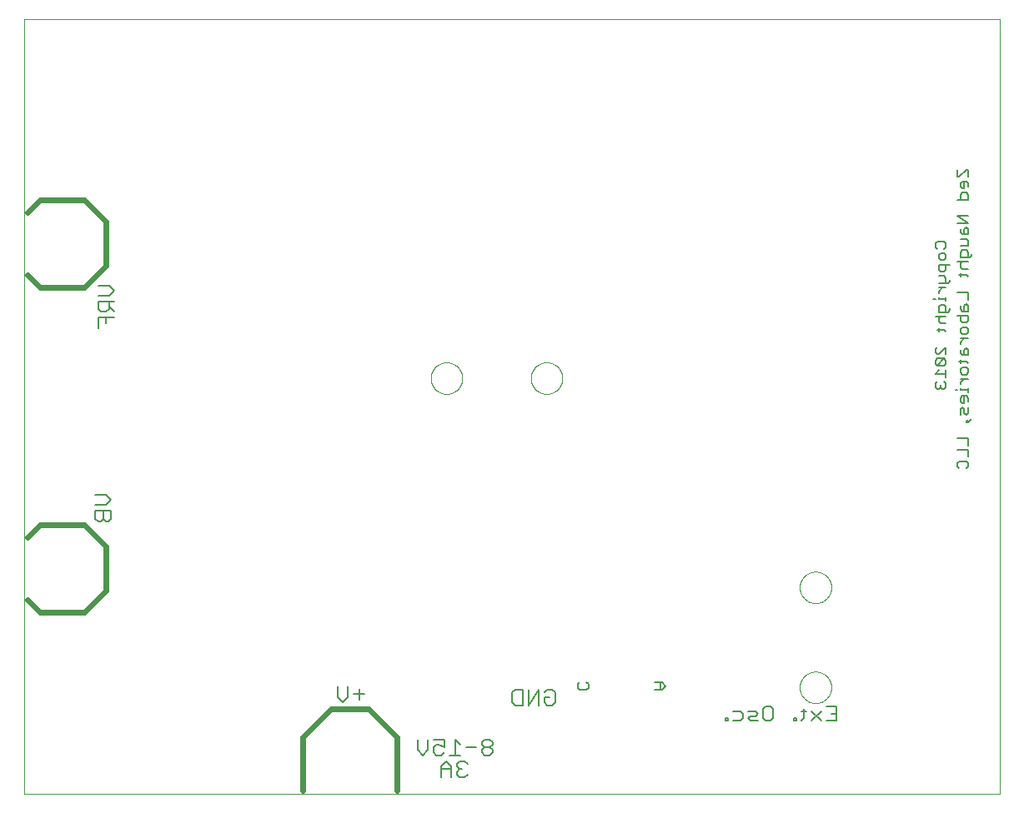
<source format=gbo>
G75*
%MOIN*%
%OFA0B0*%
%FSLAX25Y25*%
%IPPOS*%
%LPD*%
%AMOC8*
5,1,8,0,0,1.08239X$1,22.5*
%
%ADD10C,0.00000*%
%ADD11C,0.00800*%
%ADD12C,0.00700*%
%ADD13C,0.02400*%
D10*
X0002750Y0062850D02*
X0002750Y0372811D01*
X0392701Y0372811D01*
X0392701Y0062850D01*
X0002750Y0062850D01*
X0165201Y0229100D02*
X0165203Y0229258D01*
X0165209Y0229416D01*
X0165219Y0229574D01*
X0165233Y0229732D01*
X0165251Y0229889D01*
X0165272Y0230046D01*
X0165298Y0230202D01*
X0165328Y0230358D01*
X0165361Y0230513D01*
X0165399Y0230666D01*
X0165440Y0230819D01*
X0165485Y0230971D01*
X0165534Y0231122D01*
X0165587Y0231271D01*
X0165643Y0231419D01*
X0165703Y0231565D01*
X0165767Y0231710D01*
X0165835Y0231853D01*
X0165906Y0231995D01*
X0165980Y0232135D01*
X0166058Y0232272D01*
X0166140Y0232408D01*
X0166224Y0232542D01*
X0166313Y0232673D01*
X0166404Y0232802D01*
X0166499Y0232929D01*
X0166596Y0233054D01*
X0166697Y0233176D01*
X0166801Y0233295D01*
X0166908Y0233412D01*
X0167018Y0233526D01*
X0167131Y0233637D01*
X0167246Y0233746D01*
X0167364Y0233851D01*
X0167485Y0233953D01*
X0167608Y0234053D01*
X0167734Y0234149D01*
X0167862Y0234242D01*
X0167992Y0234332D01*
X0168125Y0234418D01*
X0168260Y0234502D01*
X0168396Y0234581D01*
X0168535Y0234658D01*
X0168676Y0234730D01*
X0168818Y0234800D01*
X0168962Y0234865D01*
X0169108Y0234927D01*
X0169255Y0234985D01*
X0169404Y0235040D01*
X0169554Y0235091D01*
X0169705Y0235138D01*
X0169857Y0235181D01*
X0170010Y0235220D01*
X0170165Y0235256D01*
X0170320Y0235287D01*
X0170476Y0235315D01*
X0170632Y0235339D01*
X0170789Y0235359D01*
X0170947Y0235375D01*
X0171104Y0235387D01*
X0171263Y0235395D01*
X0171421Y0235399D01*
X0171579Y0235399D01*
X0171737Y0235395D01*
X0171896Y0235387D01*
X0172053Y0235375D01*
X0172211Y0235359D01*
X0172368Y0235339D01*
X0172524Y0235315D01*
X0172680Y0235287D01*
X0172835Y0235256D01*
X0172990Y0235220D01*
X0173143Y0235181D01*
X0173295Y0235138D01*
X0173446Y0235091D01*
X0173596Y0235040D01*
X0173745Y0234985D01*
X0173892Y0234927D01*
X0174038Y0234865D01*
X0174182Y0234800D01*
X0174324Y0234730D01*
X0174465Y0234658D01*
X0174604Y0234581D01*
X0174740Y0234502D01*
X0174875Y0234418D01*
X0175008Y0234332D01*
X0175138Y0234242D01*
X0175266Y0234149D01*
X0175392Y0234053D01*
X0175515Y0233953D01*
X0175636Y0233851D01*
X0175754Y0233746D01*
X0175869Y0233637D01*
X0175982Y0233526D01*
X0176092Y0233412D01*
X0176199Y0233295D01*
X0176303Y0233176D01*
X0176404Y0233054D01*
X0176501Y0232929D01*
X0176596Y0232802D01*
X0176687Y0232673D01*
X0176776Y0232542D01*
X0176860Y0232408D01*
X0176942Y0232272D01*
X0177020Y0232135D01*
X0177094Y0231995D01*
X0177165Y0231853D01*
X0177233Y0231710D01*
X0177297Y0231565D01*
X0177357Y0231419D01*
X0177413Y0231271D01*
X0177466Y0231122D01*
X0177515Y0230971D01*
X0177560Y0230819D01*
X0177601Y0230666D01*
X0177639Y0230513D01*
X0177672Y0230358D01*
X0177702Y0230202D01*
X0177728Y0230046D01*
X0177749Y0229889D01*
X0177767Y0229732D01*
X0177781Y0229574D01*
X0177791Y0229416D01*
X0177797Y0229258D01*
X0177799Y0229100D01*
X0177797Y0228942D01*
X0177791Y0228784D01*
X0177781Y0228626D01*
X0177767Y0228468D01*
X0177749Y0228311D01*
X0177728Y0228154D01*
X0177702Y0227998D01*
X0177672Y0227842D01*
X0177639Y0227687D01*
X0177601Y0227534D01*
X0177560Y0227381D01*
X0177515Y0227229D01*
X0177466Y0227078D01*
X0177413Y0226929D01*
X0177357Y0226781D01*
X0177297Y0226635D01*
X0177233Y0226490D01*
X0177165Y0226347D01*
X0177094Y0226205D01*
X0177020Y0226065D01*
X0176942Y0225928D01*
X0176860Y0225792D01*
X0176776Y0225658D01*
X0176687Y0225527D01*
X0176596Y0225398D01*
X0176501Y0225271D01*
X0176404Y0225146D01*
X0176303Y0225024D01*
X0176199Y0224905D01*
X0176092Y0224788D01*
X0175982Y0224674D01*
X0175869Y0224563D01*
X0175754Y0224454D01*
X0175636Y0224349D01*
X0175515Y0224247D01*
X0175392Y0224147D01*
X0175266Y0224051D01*
X0175138Y0223958D01*
X0175008Y0223868D01*
X0174875Y0223782D01*
X0174740Y0223698D01*
X0174604Y0223619D01*
X0174465Y0223542D01*
X0174324Y0223470D01*
X0174182Y0223400D01*
X0174038Y0223335D01*
X0173892Y0223273D01*
X0173745Y0223215D01*
X0173596Y0223160D01*
X0173446Y0223109D01*
X0173295Y0223062D01*
X0173143Y0223019D01*
X0172990Y0222980D01*
X0172835Y0222944D01*
X0172680Y0222913D01*
X0172524Y0222885D01*
X0172368Y0222861D01*
X0172211Y0222841D01*
X0172053Y0222825D01*
X0171896Y0222813D01*
X0171737Y0222805D01*
X0171579Y0222801D01*
X0171421Y0222801D01*
X0171263Y0222805D01*
X0171104Y0222813D01*
X0170947Y0222825D01*
X0170789Y0222841D01*
X0170632Y0222861D01*
X0170476Y0222885D01*
X0170320Y0222913D01*
X0170165Y0222944D01*
X0170010Y0222980D01*
X0169857Y0223019D01*
X0169705Y0223062D01*
X0169554Y0223109D01*
X0169404Y0223160D01*
X0169255Y0223215D01*
X0169108Y0223273D01*
X0168962Y0223335D01*
X0168818Y0223400D01*
X0168676Y0223470D01*
X0168535Y0223542D01*
X0168396Y0223619D01*
X0168260Y0223698D01*
X0168125Y0223782D01*
X0167992Y0223868D01*
X0167862Y0223958D01*
X0167734Y0224051D01*
X0167608Y0224147D01*
X0167485Y0224247D01*
X0167364Y0224349D01*
X0167246Y0224454D01*
X0167131Y0224563D01*
X0167018Y0224674D01*
X0166908Y0224788D01*
X0166801Y0224905D01*
X0166697Y0225024D01*
X0166596Y0225146D01*
X0166499Y0225271D01*
X0166404Y0225398D01*
X0166313Y0225527D01*
X0166224Y0225658D01*
X0166140Y0225792D01*
X0166058Y0225928D01*
X0165980Y0226065D01*
X0165906Y0226205D01*
X0165835Y0226347D01*
X0165767Y0226490D01*
X0165703Y0226635D01*
X0165643Y0226781D01*
X0165587Y0226929D01*
X0165534Y0227078D01*
X0165485Y0227229D01*
X0165440Y0227381D01*
X0165399Y0227534D01*
X0165361Y0227687D01*
X0165328Y0227842D01*
X0165298Y0227998D01*
X0165272Y0228154D01*
X0165251Y0228311D01*
X0165233Y0228468D01*
X0165219Y0228626D01*
X0165209Y0228784D01*
X0165203Y0228942D01*
X0165201Y0229100D01*
X0205201Y0229100D02*
X0205203Y0229258D01*
X0205209Y0229416D01*
X0205219Y0229574D01*
X0205233Y0229732D01*
X0205251Y0229889D01*
X0205272Y0230046D01*
X0205298Y0230202D01*
X0205328Y0230358D01*
X0205361Y0230513D01*
X0205399Y0230666D01*
X0205440Y0230819D01*
X0205485Y0230971D01*
X0205534Y0231122D01*
X0205587Y0231271D01*
X0205643Y0231419D01*
X0205703Y0231565D01*
X0205767Y0231710D01*
X0205835Y0231853D01*
X0205906Y0231995D01*
X0205980Y0232135D01*
X0206058Y0232272D01*
X0206140Y0232408D01*
X0206224Y0232542D01*
X0206313Y0232673D01*
X0206404Y0232802D01*
X0206499Y0232929D01*
X0206596Y0233054D01*
X0206697Y0233176D01*
X0206801Y0233295D01*
X0206908Y0233412D01*
X0207018Y0233526D01*
X0207131Y0233637D01*
X0207246Y0233746D01*
X0207364Y0233851D01*
X0207485Y0233953D01*
X0207608Y0234053D01*
X0207734Y0234149D01*
X0207862Y0234242D01*
X0207992Y0234332D01*
X0208125Y0234418D01*
X0208260Y0234502D01*
X0208396Y0234581D01*
X0208535Y0234658D01*
X0208676Y0234730D01*
X0208818Y0234800D01*
X0208962Y0234865D01*
X0209108Y0234927D01*
X0209255Y0234985D01*
X0209404Y0235040D01*
X0209554Y0235091D01*
X0209705Y0235138D01*
X0209857Y0235181D01*
X0210010Y0235220D01*
X0210165Y0235256D01*
X0210320Y0235287D01*
X0210476Y0235315D01*
X0210632Y0235339D01*
X0210789Y0235359D01*
X0210947Y0235375D01*
X0211104Y0235387D01*
X0211263Y0235395D01*
X0211421Y0235399D01*
X0211579Y0235399D01*
X0211737Y0235395D01*
X0211896Y0235387D01*
X0212053Y0235375D01*
X0212211Y0235359D01*
X0212368Y0235339D01*
X0212524Y0235315D01*
X0212680Y0235287D01*
X0212835Y0235256D01*
X0212990Y0235220D01*
X0213143Y0235181D01*
X0213295Y0235138D01*
X0213446Y0235091D01*
X0213596Y0235040D01*
X0213745Y0234985D01*
X0213892Y0234927D01*
X0214038Y0234865D01*
X0214182Y0234800D01*
X0214324Y0234730D01*
X0214465Y0234658D01*
X0214604Y0234581D01*
X0214740Y0234502D01*
X0214875Y0234418D01*
X0215008Y0234332D01*
X0215138Y0234242D01*
X0215266Y0234149D01*
X0215392Y0234053D01*
X0215515Y0233953D01*
X0215636Y0233851D01*
X0215754Y0233746D01*
X0215869Y0233637D01*
X0215982Y0233526D01*
X0216092Y0233412D01*
X0216199Y0233295D01*
X0216303Y0233176D01*
X0216404Y0233054D01*
X0216501Y0232929D01*
X0216596Y0232802D01*
X0216687Y0232673D01*
X0216776Y0232542D01*
X0216860Y0232408D01*
X0216942Y0232272D01*
X0217020Y0232135D01*
X0217094Y0231995D01*
X0217165Y0231853D01*
X0217233Y0231710D01*
X0217297Y0231565D01*
X0217357Y0231419D01*
X0217413Y0231271D01*
X0217466Y0231122D01*
X0217515Y0230971D01*
X0217560Y0230819D01*
X0217601Y0230666D01*
X0217639Y0230513D01*
X0217672Y0230358D01*
X0217702Y0230202D01*
X0217728Y0230046D01*
X0217749Y0229889D01*
X0217767Y0229732D01*
X0217781Y0229574D01*
X0217791Y0229416D01*
X0217797Y0229258D01*
X0217799Y0229100D01*
X0217797Y0228942D01*
X0217791Y0228784D01*
X0217781Y0228626D01*
X0217767Y0228468D01*
X0217749Y0228311D01*
X0217728Y0228154D01*
X0217702Y0227998D01*
X0217672Y0227842D01*
X0217639Y0227687D01*
X0217601Y0227534D01*
X0217560Y0227381D01*
X0217515Y0227229D01*
X0217466Y0227078D01*
X0217413Y0226929D01*
X0217357Y0226781D01*
X0217297Y0226635D01*
X0217233Y0226490D01*
X0217165Y0226347D01*
X0217094Y0226205D01*
X0217020Y0226065D01*
X0216942Y0225928D01*
X0216860Y0225792D01*
X0216776Y0225658D01*
X0216687Y0225527D01*
X0216596Y0225398D01*
X0216501Y0225271D01*
X0216404Y0225146D01*
X0216303Y0225024D01*
X0216199Y0224905D01*
X0216092Y0224788D01*
X0215982Y0224674D01*
X0215869Y0224563D01*
X0215754Y0224454D01*
X0215636Y0224349D01*
X0215515Y0224247D01*
X0215392Y0224147D01*
X0215266Y0224051D01*
X0215138Y0223958D01*
X0215008Y0223868D01*
X0214875Y0223782D01*
X0214740Y0223698D01*
X0214604Y0223619D01*
X0214465Y0223542D01*
X0214324Y0223470D01*
X0214182Y0223400D01*
X0214038Y0223335D01*
X0213892Y0223273D01*
X0213745Y0223215D01*
X0213596Y0223160D01*
X0213446Y0223109D01*
X0213295Y0223062D01*
X0213143Y0223019D01*
X0212990Y0222980D01*
X0212835Y0222944D01*
X0212680Y0222913D01*
X0212524Y0222885D01*
X0212368Y0222861D01*
X0212211Y0222841D01*
X0212053Y0222825D01*
X0211896Y0222813D01*
X0211737Y0222805D01*
X0211579Y0222801D01*
X0211421Y0222801D01*
X0211263Y0222805D01*
X0211104Y0222813D01*
X0210947Y0222825D01*
X0210789Y0222841D01*
X0210632Y0222861D01*
X0210476Y0222885D01*
X0210320Y0222913D01*
X0210165Y0222944D01*
X0210010Y0222980D01*
X0209857Y0223019D01*
X0209705Y0223062D01*
X0209554Y0223109D01*
X0209404Y0223160D01*
X0209255Y0223215D01*
X0209108Y0223273D01*
X0208962Y0223335D01*
X0208818Y0223400D01*
X0208676Y0223470D01*
X0208535Y0223542D01*
X0208396Y0223619D01*
X0208260Y0223698D01*
X0208125Y0223782D01*
X0207992Y0223868D01*
X0207862Y0223958D01*
X0207734Y0224051D01*
X0207608Y0224147D01*
X0207485Y0224247D01*
X0207364Y0224349D01*
X0207246Y0224454D01*
X0207131Y0224563D01*
X0207018Y0224674D01*
X0206908Y0224788D01*
X0206801Y0224905D01*
X0206697Y0225024D01*
X0206596Y0225146D01*
X0206499Y0225271D01*
X0206404Y0225398D01*
X0206313Y0225527D01*
X0206224Y0225658D01*
X0206140Y0225792D01*
X0206058Y0225928D01*
X0205980Y0226065D01*
X0205906Y0226205D01*
X0205835Y0226347D01*
X0205767Y0226490D01*
X0205703Y0226635D01*
X0205643Y0226781D01*
X0205587Y0226929D01*
X0205534Y0227078D01*
X0205485Y0227229D01*
X0205440Y0227381D01*
X0205399Y0227534D01*
X0205361Y0227687D01*
X0205328Y0227842D01*
X0205298Y0227998D01*
X0205272Y0228154D01*
X0205251Y0228311D01*
X0205233Y0228468D01*
X0205219Y0228626D01*
X0205209Y0228784D01*
X0205203Y0228942D01*
X0205201Y0229100D01*
X0312701Y0145350D02*
X0312703Y0145508D01*
X0312709Y0145666D01*
X0312719Y0145824D01*
X0312733Y0145982D01*
X0312751Y0146139D01*
X0312772Y0146296D01*
X0312798Y0146452D01*
X0312828Y0146608D01*
X0312861Y0146763D01*
X0312899Y0146916D01*
X0312940Y0147069D01*
X0312985Y0147221D01*
X0313034Y0147372D01*
X0313087Y0147521D01*
X0313143Y0147669D01*
X0313203Y0147815D01*
X0313267Y0147960D01*
X0313335Y0148103D01*
X0313406Y0148245D01*
X0313480Y0148385D01*
X0313558Y0148522D01*
X0313640Y0148658D01*
X0313724Y0148792D01*
X0313813Y0148923D01*
X0313904Y0149052D01*
X0313999Y0149179D01*
X0314096Y0149304D01*
X0314197Y0149426D01*
X0314301Y0149545D01*
X0314408Y0149662D01*
X0314518Y0149776D01*
X0314631Y0149887D01*
X0314746Y0149996D01*
X0314864Y0150101D01*
X0314985Y0150203D01*
X0315108Y0150303D01*
X0315234Y0150399D01*
X0315362Y0150492D01*
X0315492Y0150582D01*
X0315625Y0150668D01*
X0315760Y0150752D01*
X0315896Y0150831D01*
X0316035Y0150908D01*
X0316176Y0150980D01*
X0316318Y0151050D01*
X0316462Y0151115D01*
X0316608Y0151177D01*
X0316755Y0151235D01*
X0316904Y0151290D01*
X0317054Y0151341D01*
X0317205Y0151388D01*
X0317357Y0151431D01*
X0317510Y0151470D01*
X0317665Y0151506D01*
X0317820Y0151537D01*
X0317976Y0151565D01*
X0318132Y0151589D01*
X0318289Y0151609D01*
X0318447Y0151625D01*
X0318604Y0151637D01*
X0318763Y0151645D01*
X0318921Y0151649D01*
X0319079Y0151649D01*
X0319237Y0151645D01*
X0319396Y0151637D01*
X0319553Y0151625D01*
X0319711Y0151609D01*
X0319868Y0151589D01*
X0320024Y0151565D01*
X0320180Y0151537D01*
X0320335Y0151506D01*
X0320490Y0151470D01*
X0320643Y0151431D01*
X0320795Y0151388D01*
X0320946Y0151341D01*
X0321096Y0151290D01*
X0321245Y0151235D01*
X0321392Y0151177D01*
X0321538Y0151115D01*
X0321682Y0151050D01*
X0321824Y0150980D01*
X0321965Y0150908D01*
X0322104Y0150831D01*
X0322240Y0150752D01*
X0322375Y0150668D01*
X0322508Y0150582D01*
X0322638Y0150492D01*
X0322766Y0150399D01*
X0322892Y0150303D01*
X0323015Y0150203D01*
X0323136Y0150101D01*
X0323254Y0149996D01*
X0323369Y0149887D01*
X0323482Y0149776D01*
X0323592Y0149662D01*
X0323699Y0149545D01*
X0323803Y0149426D01*
X0323904Y0149304D01*
X0324001Y0149179D01*
X0324096Y0149052D01*
X0324187Y0148923D01*
X0324276Y0148792D01*
X0324360Y0148658D01*
X0324442Y0148522D01*
X0324520Y0148385D01*
X0324594Y0148245D01*
X0324665Y0148103D01*
X0324733Y0147960D01*
X0324797Y0147815D01*
X0324857Y0147669D01*
X0324913Y0147521D01*
X0324966Y0147372D01*
X0325015Y0147221D01*
X0325060Y0147069D01*
X0325101Y0146916D01*
X0325139Y0146763D01*
X0325172Y0146608D01*
X0325202Y0146452D01*
X0325228Y0146296D01*
X0325249Y0146139D01*
X0325267Y0145982D01*
X0325281Y0145824D01*
X0325291Y0145666D01*
X0325297Y0145508D01*
X0325299Y0145350D01*
X0325297Y0145192D01*
X0325291Y0145034D01*
X0325281Y0144876D01*
X0325267Y0144718D01*
X0325249Y0144561D01*
X0325228Y0144404D01*
X0325202Y0144248D01*
X0325172Y0144092D01*
X0325139Y0143937D01*
X0325101Y0143784D01*
X0325060Y0143631D01*
X0325015Y0143479D01*
X0324966Y0143328D01*
X0324913Y0143179D01*
X0324857Y0143031D01*
X0324797Y0142885D01*
X0324733Y0142740D01*
X0324665Y0142597D01*
X0324594Y0142455D01*
X0324520Y0142315D01*
X0324442Y0142178D01*
X0324360Y0142042D01*
X0324276Y0141908D01*
X0324187Y0141777D01*
X0324096Y0141648D01*
X0324001Y0141521D01*
X0323904Y0141396D01*
X0323803Y0141274D01*
X0323699Y0141155D01*
X0323592Y0141038D01*
X0323482Y0140924D01*
X0323369Y0140813D01*
X0323254Y0140704D01*
X0323136Y0140599D01*
X0323015Y0140497D01*
X0322892Y0140397D01*
X0322766Y0140301D01*
X0322638Y0140208D01*
X0322508Y0140118D01*
X0322375Y0140032D01*
X0322240Y0139948D01*
X0322104Y0139869D01*
X0321965Y0139792D01*
X0321824Y0139720D01*
X0321682Y0139650D01*
X0321538Y0139585D01*
X0321392Y0139523D01*
X0321245Y0139465D01*
X0321096Y0139410D01*
X0320946Y0139359D01*
X0320795Y0139312D01*
X0320643Y0139269D01*
X0320490Y0139230D01*
X0320335Y0139194D01*
X0320180Y0139163D01*
X0320024Y0139135D01*
X0319868Y0139111D01*
X0319711Y0139091D01*
X0319553Y0139075D01*
X0319396Y0139063D01*
X0319237Y0139055D01*
X0319079Y0139051D01*
X0318921Y0139051D01*
X0318763Y0139055D01*
X0318604Y0139063D01*
X0318447Y0139075D01*
X0318289Y0139091D01*
X0318132Y0139111D01*
X0317976Y0139135D01*
X0317820Y0139163D01*
X0317665Y0139194D01*
X0317510Y0139230D01*
X0317357Y0139269D01*
X0317205Y0139312D01*
X0317054Y0139359D01*
X0316904Y0139410D01*
X0316755Y0139465D01*
X0316608Y0139523D01*
X0316462Y0139585D01*
X0316318Y0139650D01*
X0316176Y0139720D01*
X0316035Y0139792D01*
X0315896Y0139869D01*
X0315760Y0139948D01*
X0315625Y0140032D01*
X0315492Y0140118D01*
X0315362Y0140208D01*
X0315234Y0140301D01*
X0315108Y0140397D01*
X0314985Y0140497D01*
X0314864Y0140599D01*
X0314746Y0140704D01*
X0314631Y0140813D01*
X0314518Y0140924D01*
X0314408Y0141038D01*
X0314301Y0141155D01*
X0314197Y0141274D01*
X0314096Y0141396D01*
X0313999Y0141521D01*
X0313904Y0141648D01*
X0313813Y0141777D01*
X0313724Y0141908D01*
X0313640Y0142042D01*
X0313558Y0142178D01*
X0313480Y0142315D01*
X0313406Y0142455D01*
X0313335Y0142597D01*
X0313267Y0142740D01*
X0313203Y0142885D01*
X0313143Y0143031D01*
X0313087Y0143179D01*
X0313034Y0143328D01*
X0312985Y0143479D01*
X0312940Y0143631D01*
X0312899Y0143784D01*
X0312861Y0143937D01*
X0312828Y0144092D01*
X0312798Y0144248D01*
X0312772Y0144404D01*
X0312751Y0144561D01*
X0312733Y0144718D01*
X0312719Y0144876D01*
X0312709Y0145034D01*
X0312703Y0145192D01*
X0312701Y0145350D01*
X0312701Y0105350D02*
X0312703Y0105508D01*
X0312709Y0105666D01*
X0312719Y0105824D01*
X0312733Y0105982D01*
X0312751Y0106139D01*
X0312772Y0106296D01*
X0312798Y0106452D01*
X0312828Y0106608D01*
X0312861Y0106763D01*
X0312899Y0106916D01*
X0312940Y0107069D01*
X0312985Y0107221D01*
X0313034Y0107372D01*
X0313087Y0107521D01*
X0313143Y0107669D01*
X0313203Y0107815D01*
X0313267Y0107960D01*
X0313335Y0108103D01*
X0313406Y0108245D01*
X0313480Y0108385D01*
X0313558Y0108522D01*
X0313640Y0108658D01*
X0313724Y0108792D01*
X0313813Y0108923D01*
X0313904Y0109052D01*
X0313999Y0109179D01*
X0314096Y0109304D01*
X0314197Y0109426D01*
X0314301Y0109545D01*
X0314408Y0109662D01*
X0314518Y0109776D01*
X0314631Y0109887D01*
X0314746Y0109996D01*
X0314864Y0110101D01*
X0314985Y0110203D01*
X0315108Y0110303D01*
X0315234Y0110399D01*
X0315362Y0110492D01*
X0315492Y0110582D01*
X0315625Y0110668D01*
X0315760Y0110752D01*
X0315896Y0110831D01*
X0316035Y0110908D01*
X0316176Y0110980D01*
X0316318Y0111050D01*
X0316462Y0111115D01*
X0316608Y0111177D01*
X0316755Y0111235D01*
X0316904Y0111290D01*
X0317054Y0111341D01*
X0317205Y0111388D01*
X0317357Y0111431D01*
X0317510Y0111470D01*
X0317665Y0111506D01*
X0317820Y0111537D01*
X0317976Y0111565D01*
X0318132Y0111589D01*
X0318289Y0111609D01*
X0318447Y0111625D01*
X0318604Y0111637D01*
X0318763Y0111645D01*
X0318921Y0111649D01*
X0319079Y0111649D01*
X0319237Y0111645D01*
X0319396Y0111637D01*
X0319553Y0111625D01*
X0319711Y0111609D01*
X0319868Y0111589D01*
X0320024Y0111565D01*
X0320180Y0111537D01*
X0320335Y0111506D01*
X0320490Y0111470D01*
X0320643Y0111431D01*
X0320795Y0111388D01*
X0320946Y0111341D01*
X0321096Y0111290D01*
X0321245Y0111235D01*
X0321392Y0111177D01*
X0321538Y0111115D01*
X0321682Y0111050D01*
X0321824Y0110980D01*
X0321965Y0110908D01*
X0322104Y0110831D01*
X0322240Y0110752D01*
X0322375Y0110668D01*
X0322508Y0110582D01*
X0322638Y0110492D01*
X0322766Y0110399D01*
X0322892Y0110303D01*
X0323015Y0110203D01*
X0323136Y0110101D01*
X0323254Y0109996D01*
X0323369Y0109887D01*
X0323482Y0109776D01*
X0323592Y0109662D01*
X0323699Y0109545D01*
X0323803Y0109426D01*
X0323904Y0109304D01*
X0324001Y0109179D01*
X0324096Y0109052D01*
X0324187Y0108923D01*
X0324276Y0108792D01*
X0324360Y0108658D01*
X0324442Y0108522D01*
X0324520Y0108385D01*
X0324594Y0108245D01*
X0324665Y0108103D01*
X0324733Y0107960D01*
X0324797Y0107815D01*
X0324857Y0107669D01*
X0324913Y0107521D01*
X0324966Y0107372D01*
X0325015Y0107221D01*
X0325060Y0107069D01*
X0325101Y0106916D01*
X0325139Y0106763D01*
X0325172Y0106608D01*
X0325202Y0106452D01*
X0325228Y0106296D01*
X0325249Y0106139D01*
X0325267Y0105982D01*
X0325281Y0105824D01*
X0325291Y0105666D01*
X0325297Y0105508D01*
X0325299Y0105350D01*
X0325297Y0105192D01*
X0325291Y0105034D01*
X0325281Y0104876D01*
X0325267Y0104718D01*
X0325249Y0104561D01*
X0325228Y0104404D01*
X0325202Y0104248D01*
X0325172Y0104092D01*
X0325139Y0103937D01*
X0325101Y0103784D01*
X0325060Y0103631D01*
X0325015Y0103479D01*
X0324966Y0103328D01*
X0324913Y0103179D01*
X0324857Y0103031D01*
X0324797Y0102885D01*
X0324733Y0102740D01*
X0324665Y0102597D01*
X0324594Y0102455D01*
X0324520Y0102315D01*
X0324442Y0102178D01*
X0324360Y0102042D01*
X0324276Y0101908D01*
X0324187Y0101777D01*
X0324096Y0101648D01*
X0324001Y0101521D01*
X0323904Y0101396D01*
X0323803Y0101274D01*
X0323699Y0101155D01*
X0323592Y0101038D01*
X0323482Y0100924D01*
X0323369Y0100813D01*
X0323254Y0100704D01*
X0323136Y0100599D01*
X0323015Y0100497D01*
X0322892Y0100397D01*
X0322766Y0100301D01*
X0322638Y0100208D01*
X0322508Y0100118D01*
X0322375Y0100032D01*
X0322240Y0099948D01*
X0322104Y0099869D01*
X0321965Y0099792D01*
X0321824Y0099720D01*
X0321682Y0099650D01*
X0321538Y0099585D01*
X0321392Y0099523D01*
X0321245Y0099465D01*
X0321096Y0099410D01*
X0320946Y0099359D01*
X0320795Y0099312D01*
X0320643Y0099269D01*
X0320490Y0099230D01*
X0320335Y0099194D01*
X0320180Y0099163D01*
X0320024Y0099135D01*
X0319868Y0099111D01*
X0319711Y0099091D01*
X0319553Y0099075D01*
X0319396Y0099063D01*
X0319237Y0099055D01*
X0319079Y0099051D01*
X0318921Y0099051D01*
X0318763Y0099055D01*
X0318604Y0099063D01*
X0318447Y0099075D01*
X0318289Y0099091D01*
X0318132Y0099111D01*
X0317976Y0099135D01*
X0317820Y0099163D01*
X0317665Y0099194D01*
X0317510Y0099230D01*
X0317357Y0099269D01*
X0317205Y0099312D01*
X0317054Y0099359D01*
X0316904Y0099410D01*
X0316755Y0099465D01*
X0316608Y0099523D01*
X0316462Y0099585D01*
X0316318Y0099650D01*
X0316176Y0099720D01*
X0316035Y0099792D01*
X0315896Y0099869D01*
X0315760Y0099948D01*
X0315625Y0100032D01*
X0315492Y0100118D01*
X0315362Y0100208D01*
X0315234Y0100301D01*
X0315108Y0100397D01*
X0314985Y0100497D01*
X0314864Y0100599D01*
X0314746Y0100704D01*
X0314631Y0100813D01*
X0314518Y0100924D01*
X0314408Y0101038D01*
X0314301Y0101155D01*
X0314197Y0101274D01*
X0314096Y0101396D01*
X0313999Y0101521D01*
X0313904Y0101648D01*
X0313813Y0101777D01*
X0313724Y0101908D01*
X0313640Y0102042D01*
X0313558Y0102178D01*
X0313480Y0102315D01*
X0313406Y0102455D01*
X0313335Y0102597D01*
X0313267Y0102740D01*
X0313203Y0102885D01*
X0313143Y0103031D01*
X0313087Y0103179D01*
X0313034Y0103328D01*
X0312985Y0103479D01*
X0312940Y0103631D01*
X0312899Y0103784D01*
X0312861Y0103937D01*
X0312828Y0104092D01*
X0312798Y0104248D01*
X0312772Y0104404D01*
X0312751Y0104561D01*
X0312733Y0104718D01*
X0312719Y0104876D01*
X0312709Y0105034D01*
X0312703Y0105192D01*
X0312701Y0105350D01*
D11*
X0214850Y0103421D02*
X0214850Y0099284D01*
X0213816Y0098250D01*
X0211747Y0098250D01*
X0210713Y0099284D01*
X0210713Y0101353D01*
X0212782Y0101353D01*
X0214850Y0103421D02*
X0213816Y0104455D01*
X0211747Y0104455D01*
X0210713Y0103421D01*
X0208405Y0104455D02*
X0208405Y0098250D01*
X0204268Y0098250D02*
X0204268Y0104455D01*
X0201959Y0104455D02*
X0198856Y0104455D01*
X0197822Y0103421D01*
X0197822Y0099284D01*
X0198856Y0098250D01*
X0201959Y0098250D01*
X0201959Y0104455D01*
X0208405Y0104455D02*
X0204268Y0098250D01*
X0189850Y0083421D02*
X0189850Y0082387D01*
X0188816Y0081353D01*
X0186747Y0081353D01*
X0185713Y0080318D01*
X0185713Y0079284D01*
X0186747Y0078250D01*
X0188816Y0078250D01*
X0189850Y0079284D01*
X0189850Y0080318D01*
X0188816Y0081353D01*
X0186747Y0081353D02*
X0185713Y0082387D01*
X0185713Y0083421D01*
X0186747Y0084455D01*
X0188816Y0084455D01*
X0189850Y0083421D01*
X0183405Y0081353D02*
X0179268Y0081353D01*
X0176959Y0082387D02*
X0174891Y0084455D01*
X0174891Y0078250D01*
X0176959Y0078250D02*
X0172822Y0078250D01*
X0170514Y0079284D02*
X0169479Y0078250D01*
X0167411Y0078250D01*
X0166377Y0079284D01*
X0166377Y0081353D01*
X0167411Y0082387D01*
X0168445Y0082387D01*
X0170514Y0081353D01*
X0170514Y0084455D01*
X0166377Y0084455D01*
X0164068Y0084455D02*
X0164068Y0080318D01*
X0162000Y0078250D01*
X0159931Y0080318D01*
X0159931Y0084455D01*
X0169268Y0073637D02*
X0171336Y0075705D01*
X0173405Y0073637D01*
X0173405Y0069500D01*
X0175713Y0070534D02*
X0176747Y0069500D01*
X0178816Y0069500D01*
X0179850Y0070534D01*
X0177782Y0072603D02*
X0176747Y0072603D01*
X0175713Y0071568D01*
X0175713Y0070534D01*
X0176747Y0072603D02*
X0175713Y0073637D01*
X0175713Y0074671D01*
X0176747Y0075705D01*
X0178816Y0075705D01*
X0179850Y0074671D01*
X0173405Y0072603D02*
X0169268Y0072603D01*
X0169268Y0073637D02*
X0169268Y0069500D01*
X0136532Y0100534D02*
X0136532Y0104671D01*
X0138600Y0102603D02*
X0134463Y0102603D01*
X0132155Y0101568D02*
X0130086Y0099500D01*
X0128018Y0101568D01*
X0128018Y0105705D01*
X0132155Y0105705D02*
X0132155Y0101568D01*
X0037350Y0172902D02*
X0037350Y0176005D01*
X0031145Y0176005D01*
X0031145Y0172902D01*
X0032179Y0171868D01*
X0033213Y0171868D01*
X0034247Y0172902D01*
X0034247Y0176005D01*
X0035282Y0178313D02*
X0031145Y0178313D01*
X0035282Y0178313D02*
X0037350Y0180382D01*
X0035282Y0182450D01*
X0031145Y0182450D01*
X0034247Y0172902D02*
X0035282Y0171868D01*
X0036316Y0171868D01*
X0037350Y0172902D01*
X0032395Y0249172D02*
X0032395Y0253309D01*
X0038600Y0253309D01*
X0038600Y0255618D02*
X0036532Y0257686D01*
X0036532Y0256652D02*
X0036532Y0259755D01*
X0038600Y0259755D02*
X0032395Y0259755D01*
X0032395Y0256652D01*
X0033429Y0255618D01*
X0035497Y0255618D01*
X0036532Y0256652D01*
X0035497Y0253309D02*
X0035497Y0251241D01*
X0036532Y0262063D02*
X0032395Y0262063D01*
X0036532Y0262063D02*
X0038600Y0264132D01*
X0036532Y0266200D01*
X0032395Y0266200D01*
D12*
X0223897Y0106602D02*
X0224615Y0107319D01*
X0223897Y0106602D02*
X0223897Y0105167D01*
X0224615Y0104450D01*
X0227484Y0104450D01*
X0228201Y0105167D01*
X0228201Y0106602D01*
X0227484Y0107319D01*
X0254803Y0107319D02*
X0257672Y0107319D01*
X0259106Y0105885D01*
X0257672Y0104450D01*
X0254803Y0104450D01*
X0256955Y0104450D02*
X0256955Y0107319D01*
X0282863Y0092934D02*
X0282863Y0091950D01*
X0283847Y0091950D01*
X0283847Y0092934D01*
X0282863Y0092934D01*
X0285987Y0091950D02*
X0288940Y0091950D01*
X0289924Y0092934D01*
X0289924Y0094903D01*
X0288940Y0095887D01*
X0285987Y0095887D01*
X0292065Y0095887D02*
X0295017Y0095887D01*
X0296001Y0094903D01*
X0295017Y0093918D01*
X0293049Y0093918D01*
X0292065Y0092934D01*
X0293049Y0091950D01*
X0296001Y0091950D01*
X0298142Y0092934D02*
X0298142Y0096871D01*
X0299126Y0097855D01*
X0301094Y0097855D01*
X0302078Y0096871D01*
X0302078Y0092934D01*
X0301094Y0091950D01*
X0299126Y0091950D01*
X0298142Y0092934D01*
X0310210Y0092934D02*
X0310210Y0091950D01*
X0311194Y0091950D01*
X0311194Y0092934D01*
X0310210Y0092934D01*
X0313277Y0091950D02*
X0314261Y0092934D01*
X0314261Y0096871D01*
X0313277Y0095887D02*
X0315246Y0095887D01*
X0317386Y0095887D02*
X0321323Y0091950D01*
X0323463Y0091950D02*
X0327400Y0091950D01*
X0327400Y0097855D01*
X0323463Y0097855D01*
X0321323Y0095887D02*
X0317386Y0091950D01*
X0325432Y0094903D02*
X0327400Y0094903D01*
X0376314Y0192998D02*
X0375596Y0193715D01*
X0375596Y0195150D01*
X0376314Y0195867D01*
X0379183Y0195867D01*
X0379900Y0195150D01*
X0379900Y0193715D01*
X0379183Y0192998D01*
X0379900Y0197602D02*
X0379900Y0200471D01*
X0375596Y0200471D01*
X0375596Y0205075D02*
X0379900Y0205075D01*
X0379900Y0202206D01*
X0379900Y0211314D02*
X0379900Y0212031D01*
X0379183Y0212031D01*
X0379183Y0211314D01*
X0379900Y0211314D01*
X0381335Y0212748D01*
X0379183Y0214483D02*
X0378465Y0215200D01*
X0378465Y0216635D01*
X0377748Y0217352D01*
X0377031Y0216635D01*
X0377031Y0214483D01*
X0379183Y0214483D02*
X0379900Y0215200D01*
X0379900Y0217352D01*
X0378465Y0219087D02*
X0378465Y0221956D01*
X0377748Y0221956D02*
X0377031Y0221239D01*
X0377031Y0219804D01*
X0377748Y0219087D01*
X0378465Y0219087D01*
X0379900Y0219804D02*
X0379900Y0221239D01*
X0379183Y0221956D01*
X0377748Y0221956D01*
X0377031Y0224308D02*
X0379900Y0224308D01*
X0379900Y0225025D02*
X0379900Y0223591D01*
X0377031Y0224308D02*
X0377031Y0225025D01*
X0375596Y0224308D02*
X0374879Y0224308D01*
X0377031Y0226710D02*
X0377031Y0227427D01*
X0378465Y0228862D01*
X0377031Y0228862D02*
X0379900Y0228862D01*
X0379183Y0230597D02*
X0377748Y0230597D01*
X0377031Y0231314D01*
X0377031Y0232749D01*
X0377748Y0233466D01*
X0379183Y0233466D01*
X0379900Y0232749D01*
X0379900Y0231314D01*
X0379183Y0230597D01*
X0379900Y0235101D02*
X0379183Y0235818D01*
X0376314Y0235818D01*
X0377031Y0236535D02*
X0377031Y0235101D01*
X0377748Y0238270D02*
X0379900Y0238270D01*
X0379900Y0240422D01*
X0379183Y0241139D01*
X0378465Y0240422D01*
X0378465Y0238270D01*
X0377748Y0238270D02*
X0377031Y0238987D01*
X0377031Y0240422D01*
X0377031Y0242824D02*
X0377031Y0243541D01*
X0378465Y0244976D01*
X0377031Y0244976D02*
X0379900Y0244976D01*
X0379183Y0246711D02*
X0377748Y0246711D01*
X0377031Y0247428D01*
X0377031Y0248862D01*
X0377748Y0249580D01*
X0379183Y0249580D01*
X0379900Y0248862D01*
X0379900Y0247428D01*
X0379183Y0246711D01*
X0379183Y0251315D02*
X0377748Y0251315D01*
X0377031Y0252032D01*
X0377031Y0254184D01*
X0375596Y0254184D02*
X0379900Y0254184D01*
X0379900Y0252032D01*
X0379183Y0251315D01*
X0379900Y0255918D02*
X0379900Y0258070D01*
X0379183Y0258788D01*
X0378465Y0258070D01*
X0378465Y0255918D01*
X0377748Y0255918D02*
X0379900Y0255918D01*
X0377748Y0255918D02*
X0377031Y0256636D01*
X0377031Y0258070D01*
X0379900Y0260522D02*
X0379900Y0263391D01*
X0375596Y0263391D01*
X0371150Y0261498D02*
X0371150Y0260063D01*
X0371150Y0260780D02*
X0368281Y0260780D01*
X0368281Y0261498D01*
X0366846Y0260780D02*
X0366129Y0260780D01*
X0368281Y0263182D02*
X0368281Y0263900D01*
X0369715Y0265334D01*
X0368281Y0265334D02*
X0371150Y0265334D01*
X0371150Y0267069D02*
X0371150Y0269221D01*
X0370433Y0269938D01*
X0368281Y0269938D01*
X0368998Y0271673D02*
X0370433Y0271673D01*
X0371150Y0272390D01*
X0371150Y0274542D01*
X0372585Y0274542D02*
X0368281Y0274542D01*
X0368281Y0272390D01*
X0368998Y0271673D01*
X0368998Y0276277D02*
X0368281Y0276994D01*
X0368281Y0278429D01*
X0368998Y0279146D01*
X0370433Y0279146D01*
X0371150Y0278429D01*
X0371150Y0276994D01*
X0370433Y0276277D01*
X0368998Y0276277D01*
X0367564Y0280881D02*
X0366846Y0281598D01*
X0366846Y0283033D01*
X0367564Y0283750D01*
X0370433Y0283750D01*
X0371150Y0283033D01*
X0371150Y0281598D01*
X0370433Y0280881D01*
X0375596Y0275669D02*
X0379900Y0275669D01*
X0379900Y0277403D02*
X0379900Y0279555D01*
X0379183Y0280273D01*
X0377748Y0280273D01*
X0377031Y0279555D01*
X0377031Y0277403D01*
X0380617Y0277403D01*
X0381335Y0278121D01*
X0381335Y0278838D01*
X0379900Y0282007D02*
X0377031Y0282007D01*
X0379900Y0282007D02*
X0379900Y0284159D01*
X0379183Y0284876D01*
X0377031Y0284876D01*
X0377748Y0286611D02*
X0379900Y0286611D01*
X0379900Y0288763D01*
X0379183Y0289480D01*
X0378465Y0288763D01*
X0378465Y0286611D01*
X0377748Y0286611D02*
X0377031Y0287329D01*
X0377031Y0288763D01*
X0375596Y0291215D02*
X0379900Y0291215D01*
X0375596Y0294084D01*
X0379900Y0294084D01*
X0379900Y0300423D02*
X0375596Y0300423D01*
X0377031Y0300423D02*
X0377031Y0302575D01*
X0377748Y0303292D01*
X0379183Y0303292D01*
X0379900Y0302575D01*
X0379900Y0300423D01*
X0378465Y0305027D02*
X0378465Y0307896D01*
X0377748Y0307896D02*
X0377031Y0307179D01*
X0377031Y0305744D01*
X0377748Y0305027D01*
X0378465Y0305027D01*
X0379900Y0305744D02*
X0379900Y0307179D01*
X0379183Y0307896D01*
X0377748Y0307896D01*
X0376314Y0309631D02*
X0379183Y0312500D01*
X0379900Y0312500D01*
X0379900Y0309631D01*
X0376314Y0309631D02*
X0375596Y0309631D01*
X0375596Y0312500D01*
X0377748Y0275669D02*
X0377031Y0274951D01*
X0377031Y0273517D01*
X0377748Y0272799D01*
X0379900Y0272799D01*
X0379183Y0270347D02*
X0379900Y0269630D01*
X0379183Y0270347D02*
X0376314Y0270347D01*
X0377031Y0269630D02*
X0377031Y0271065D01*
X0372585Y0268504D02*
X0372585Y0267786D01*
X0371867Y0267069D01*
X0368281Y0267069D01*
X0368998Y0258428D02*
X0370433Y0258428D01*
X0371150Y0257711D01*
X0371150Y0255559D01*
X0371867Y0255559D02*
X0368281Y0255559D01*
X0368281Y0257711D01*
X0368998Y0258428D01*
X0372585Y0256994D02*
X0372585Y0256277D01*
X0371867Y0255559D01*
X0371150Y0253824D02*
X0366846Y0253824D01*
X0368281Y0253107D02*
X0368281Y0251673D01*
X0368998Y0250955D01*
X0371150Y0250955D01*
X0370433Y0248503D02*
X0371150Y0247786D01*
X0370433Y0248503D02*
X0367564Y0248503D01*
X0368281Y0247786D02*
X0368281Y0249221D01*
X0368281Y0253107D02*
X0368998Y0253824D01*
X0367564Y0241547D02*
X0366846Y0240830D01*
X0366846Y0239396D01*
X0367564Y0238678D01*
X0368281Y0238678D01*
X0371150Y0241547D01*
X0371150Y0238678D01*
X0370433Y0236943D02*
X0367564Y0234074D01*
X0370433Y0234074D01*
X0371150Y0234792D01*
X0371150Y0236226D01*
X0370433Y0236943D01*
X0367564Y0236943D01*
X0366846Y0236226D01*
X0366846Y0234792D01*
X0367564Y0234074D01*
X0368281Y0232340D02*
X0366846Y0230905D01*
X0371150Y0230905D01*
X0371150Y0232340D02*
X0371150Y0229470D01*
X0370433Y0227736D02*
X0371150Y0227018D01*
X0371150Y0225584D01*
X0370433Y0224866D01*
X0369715Y0224866D01*
X0368998Y0225584D01*
X0368998Y0226301D01*
X0368998Y0225584D02*
X0368281Y0224866D01*
X0367564Y0224866D01*
X0366846Y0225584D01*
X0366846Y0227018D01*
X0367564Y0227736D01*
D13*
X0151500Y0085350D02*
X0151500Y0064100D01*
X0151500Y0085350D02*
X0140250Y0096600D01*
X0125250Y0096600D01*
X0114000Y0085350D01*
X0114000Y0064100D01*
X0035250Y0144100D02*
X0026500Y0135350D01*
X0009000Y0135350D01*
X0004000Y0140350D01*
X0004000Y0165350D02*
X0009000Y0170350D01*
X0026500Y0170350D01*
X0035250Y0161600D01*
X0035250Y0144100D01*
X0026500Y0265350D02*
X0009000Y0265350D01*
X0004000Y0270350D01*
X0026500Y0265350D02*
X0035250Y0274100D01*
X0035250Y0291600D01*
X0026500Y0300350D01*
X0009000Y0300350D01*
X0004000Y0295350D01*
M02*

</source>
